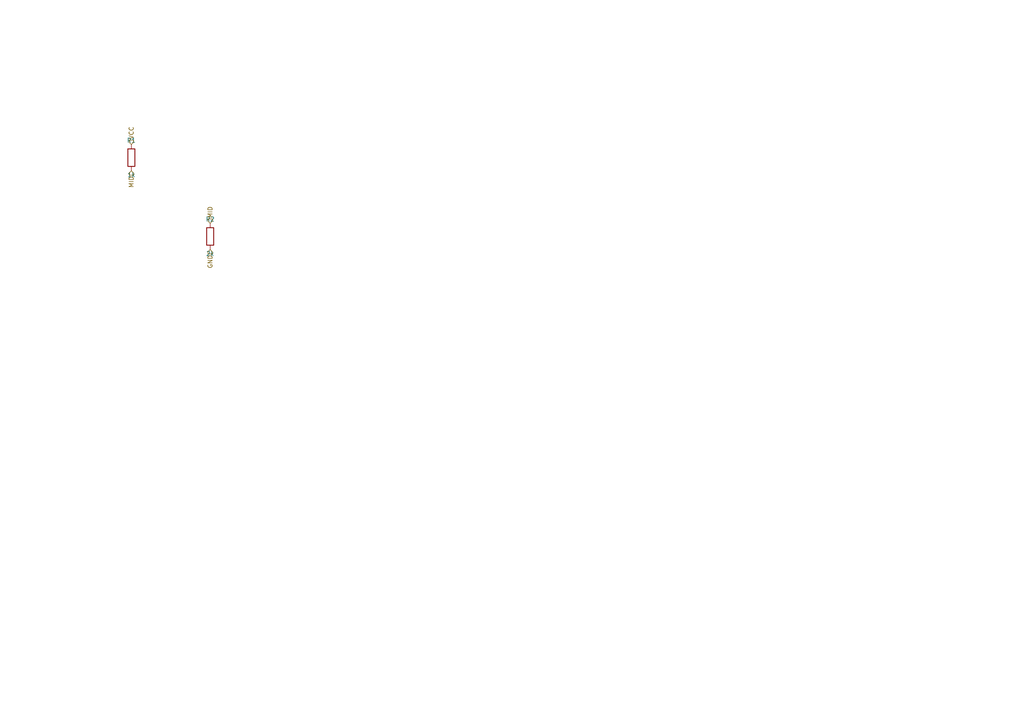
<source format=kicad_sch>
(kicad_sch (version 20250114) (generator "kicad_api") (generator_version 9.0)
  (paper A4)
  (paper A4)
  (lib_symbols
    (symbol "Device:R" (pin_numbers hide) (pin_names (offset 0.254))
      (property "Reference" "{'value': 'R', 'position': {'x': 2.032, 'y': 0.0, 'rotation': 90.0}, 'effects': {'font_size': [1.27, 1.27]}}" (at 0.0 0.0 0))
      (property "Value" "{'value': 'R', 'position': {'x': 0.0, 'y': 0.0, 'rotation': 90.0}, 'effects': {'font_size': [1.27, 1.27]}}" (at 0.0 0.0 0))
      (symbol "R_0_1"
        (rectangle (start -1.016 -2.54) (end 1.016 2.54) (stroke (width 0.254)))
      )
      (symbol "R_1_1"
        (pin passive line (at 0.0 3.81 270) (length 1.27) (name ~) (number "1"))
        (pin passive line (at 0.0 -3.81 90) (length 1.27) (name ~) (number "2"))
      )
    )
  )
  (title_block (title CompleteRevertTest) (date 2025-08-04) (company Circuit-Synth))
  (symbol (lib_id Device:R) (at 38.1 45.72 0)
    (property "Reference" "R1" (at 38.1 40.72 0))
    (property "Value" "1k" (at 38.1 50.72 0))
    (property "Footprint" "Resistor_SMD:R_0603_1608Metric" (effects (hide yes)))
    (instances (project "circuit" (path "" (reference R1) (unit 1))) (project "test_complete_revert" (path "" (reference R1) (unit 1))))
  )
  (symbol (lib_id Device:R) (at 60.96 68.58 0)
    (property "Reference" "R2" (at 60.96 63.58 0))
    (property "Value" "2k" (at 60.96 73.58 0))
    (property "Footprint" "Resistor_SMD:R_0603_1608Metric" (effects (hide yes)))
    (instances (project "circuit" (path "" (reference R2) (unit 1))) (project "test_complete_revert" (path "" (reference R2) (unit 1))))
  )
  (hierarchical_label VCC (shape input) (at 38.1 41.91 90))
  (hierarchical_label MID (shape input) (at 38.1 49.53 270))
  (hierarchical_label MID (shape input) (at 60.96 64.77 90))
  (hierarchical_label GND (shape input) (at 60.96 72.39 270))
)
</source>
